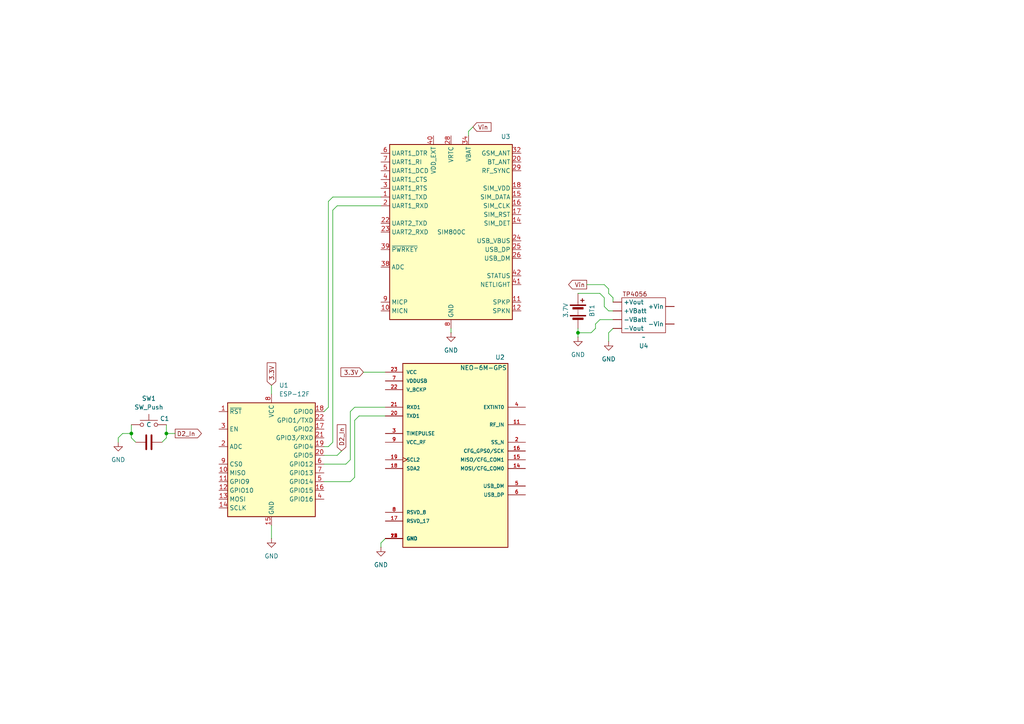
<source format=kicad_sch>
(kicad_sch (version 20231120) (generator "eeschema") (generator_version "8.0")
  (paper "A4")
  (lib_symbols
    (symbol "Device:Battery" (pin_numbers hide) (pin_names (offset 0) hide)
      (property "Reference" "BT" (at 2.54 2.54 0))
      (property "Value" "Battery" (at 2.54 0 0))
      (symbol "Battery_0_1"
        (rectangle (start -2.286 -1.27) (end 2.286 -1.524) (fill (type outline)))
        (rectangle (start -2.286 1.778) (end 2.286 1.524) (fill (type outline)))
        (rectangle (start -1.524 -2.032) (end 1.524 -2.54) (fill (type outline)))
        (rectangle (start -1.524 1.016) (end 1.524 0.508) (fill (type outline)))
        (polyline (pts (xy 0 -1.016) (xy 0 -0.762)))
        (polyline (pts (xy 0 -0.508) (xy 0 -0.254)))
        (polyline (pts (xy 0 0) (xy 0 0.254)))
        (polyline (pts (xy 0 1.778) (xy 0 2.54)))
        (polyline (pts (xy 0.762 3.048) (xy 1.778 3.048)) (stroke (width 0.254)))
        (polyline (pts (xy 1.27 3.556) (xy 1.27 2.54)) (stroke (width 0.254)))
      )
      (symbol "Battery_1_1"
        (pin passive line (at 0 5.08 270) (length 2.54) (name "+") (number "1"))
        (pin passive line (at 0 -5.08 90) (length 2.54) (name "-") (number "2"))
      )
    )
    (symbol "Device:C" (pin_numbers hide) (pin_names (offset 0.254))
      (property "Reference" "C" (at 0.635 2.54 0))
      (property "Value" "C" (at 0.635 -2.54 0))
      (symbol "C_0_1"
        (polyline (pts (xy -2.032 -0.762) (xy 2.032 -0.762)) (stroke (width 0.508)))
        (polyline (pts (xy -2.032 0.762) (xy 2.032 0.762)) (stroke (width 0.508)))
      )
      (symbol "C_1_1"
        (pin passive line (at 0 3.81 270) (length 2.794) (name "~") (number "1"))
        (pin passive line (at 0 -3.81 90) (length 2.794) (name "~") (number "2"))
      )
    )
    (symbol "NEO-6M-GPS:NEO-6M-GPS" (pin_names (offset 1.016))
      (property "Reference" "U" (at -15.2439 26.0408 0))
      (property "Value" "NEO-6M-GPS" (at -15.2445 -30.4874 0))
      (symbol "NEO-6M-GPS_0_0"
        (rectangle (start -15.24 -27.94) (end 15.24 25.4) (stroke (width 0.254)) (fill (type background)))
        (pin power_in line (at 20.32 -25.4 180) (length 5.08) (name "GND") (number "10"))
        (pin input line (at -20.32 7.62 0) (length 5.08) (name "RF_IN") (number "11"))
        (pin power_in line (at 20.32 -25.4 180) (length 5.08) (name "GND") (number "12"))
        (pin power_in line (at 20.32 -25.4 180) (length 5.08) (name "GND") (number "13"))
        (pin bidirectional line (at -20.32 -5.08 0) (length 5.08) (name "MOSI/CFG_COM0") (number "14"))
        (pin input line (at -20.32 -2.54 0) (length 5.08) (name "MISO/CFG_COM1") (number "15"))
        (pin input line (at -20.32 0 0) (length 5.08) (name "CFG_GPS0/SCK") (number "16"))
        (pin passive line (at 20.32 -20.32 180) (length 5.08) (name "RSVD_17") (number "17"))
        (pin bidirectional line (at 20.32 -5.08 180) (length 5.08) (name "SDA2") (number "18"))
        (pin bidirectional clock (at 20.32 -2.54 180) (length 5.08) (name "SCL2") (number "19"))
        (pin input line (at -20.32 2.54 0) (length 5.08) (name "SS_N") (number "2"))
        (pin output line (at 20.32 10.16 180) (length 5.08) (name "TXD1") (number "20"))
        (pin input line (at 20.32 12.7 180) (length 5.08) (name "RXD1") (number "21"))
        (pin power_in line (at 20.32 17.78 180) (length 5.08) (name "V_BCKP") (number "22"))
        (pin power_in line (at 20.32 22.86 180) (length 5.08) (name "VCC") (number "23"))
        (pin power_in line (at 20.32 -25.4 180) (length 5.08) (name "GND") (number "24"))
        (pin output line (at 20.32 5.08 180) (length 5.08) (name "TIMEPULSE") (number "3"))
        (pin input line (at -20.32 12.7 0) (length 5.08) (name "EXTINT0") (number "4"))
        (pin bidirectional line (at -20.32 -10.16 0) (length 5.08) (name "USB_DM") (number "5"))
        (pin bidirectional line (at -20.32 -12.7 0) (length 5.08) (name "USB_DP") (number "6"))
        (pin power_in line (at 20.32 20.32 180) (length 5.08) (name "VDDUSB") (number "7"))
        (pin passive line (at 20.32 -17.78 180) (length 5.08) (name "RSVD_8") (number "8"))
        (pin output line (at 20.32 2.54 180) (length 5.08) (name "VCC_RF") (number "9"))
      )
    )
    (symbol "RF_GSM:SIM800C"
      (property "Reference" "U" (at -15.24 26.67 0))
      (property "Value" "SIM800C" (at 12.7 26.67 0))
      (symbol "SIM800C_0_1"
        (rectangle (start -17.78 25.4) (end 17.78 -25.4) (stroke (width 0.254)) (fill (type background)))
      )
      (symbol "SIM800C_1_1"
        (pin output line (at -20.32 10.16 0) (length 2.54) (name "UART1_TXD") (number "1"))
        (pin input line (at -20.32 -22.86 0) (length 2.54) (name "MICN") (number "10"))
        (pin output line (at 20.32 -20.32 180) (length 2.54) (name "SPKP") (number "11"))
        (pin output line (at 20.32 -22.86 180) (length 2.54) (name "SPKN") (number "12"))
        (pin passive line (at 0 -27.94 90) (length 2.54) hide (name "GND") (number "13"))
        (pin input line (at 20.32 2.54 180) (length 2.54) (name "SIM_DET") (number "14"))
        (pin bidirectional line (at 20.32 10.16 180) (length 2.54) (name "SIM_DATA") (number "15"))
        (pin output line (at 20.32 7.62 180) (length 2.54) (name "SIM_CLK") (number "16"))
        (pin output line (at 20.32 5.08 180) (length 2.54) (name "SIM_RST") (number "17"))
        (pin power_out line (at 20.32 12.7 180) (length 2.54) (name "SIM_VDD") (number "18"))
        (pin passive line (at 0 -27.94 90) (length 2.54) hide (name "GND") (number "19"))
        (pin input line (at -20.32 7.62 0) (length 2.54) (name "UART1_RXD") (number "2"))
        (pin passive line (at 20.32 20.32 180) (length 2.54) (name "BT_ANT") (number "20"))
        (pin passive line (at 0 -27.94 90) (length 2.54) hide (name "GND") (number "21"))
        (pin output line (at -20.32 2.54 0) (length 2.54) (name "UART2_TXD") (number "22"))
        (pin input line (at -20.32 0 0) (length 2.54) (name "UART2_RXD") (number "23"))
        (pin input line (at 20.32 -2.54 180) (length 2.54) (name "USB_VBUS") (number "24"))
        (pin bidirectional line (at 20.32 -5.08 180) (length 2.54) (name "USB_DP") (number "25"))
        (pin bidirectional line (at 20.32 -7.62 180) (length 2.54) (name "USB_DM") (number "26"))
        (pin passive line (at 0 -27.94 90) (length 2.54) hide (name "GND") (number "27"))
        (pin power_in line (at 0 27.94 270) (length 2.54) (name "VRTC") (number "28"))
        (pin output line (at 20.32 17.78 180) (length 2.54) (name "RF_SYNC") (number "29"))
        (pin input line (at -20.32 12.7 0) (length 2.54) (name "UART1_RTS") (number "3"))
        (pin passive line (at 0 -27.94 90) (length 2.54) hide (name "GND") (number "30"))
        (pin passive line (at 0 -27.94 90) (length 2.54) hide (name "GND") (number "31"))
        (pin passive line (at 20.32 22.86 180) (length 2.54) (name "GSM_ANT") (number "32"))
        (pin passive line (at 0 -27.94 90) (length 2.54) hide (name "GND") (number "33"))
        (pin power_in line (at 5.08 27.94 270) (length 2.54) (name "VBAT") (number "34"))
        (pin passive line (at 5.08 27.94 270) (length 2.54) hide (name "VBAT") (number "35"))
        (pin passive line (at 0 -27.94 90) (length 2.54) hide (name "GND") (number "36"))
        (pin passive line (at 0 -27.94 90) (length 2.54) hide (name "GND") (number "37"))
        (pin input line (at -20.32 -10.16 0) (length 2.54) (name "ADC") (number "38"))
        (pin input line (at -20.32 -5.08 0) (length 2.54) (name "~{PWRKEY}") (number "39"))
        (pin output line (at -20.32 15.24 0) (length 2.54) (name "UART1_CTS") (number "4"))
        (pin power_out line (at -5.08 27.94 270) (length 2.54) (name "VDD_EXT") (number "40"))
        (pin output line (at 20.32 -15.24 180) (length 2.54) (name "NETLIGHT") (number "41"))
        (pin output line (at 20.32 -12.7 180) (length 2.54) (name "STATUS") (number "42"))
        (pin output line (at -20.32 17.78 0) (length 2.54) (name "UART1_DCD") (number "5"))
        (pin input line (at -20.32 22.86 0) (length 2.54) (name "UART1_DTR") (number "6"))
        (pin output line (at -20.32 20.32 0) (length 2.54) (name "UART1_RI") (number "7"))
        (pin power_in line (at 0 -27.94 90) (length 2.54) (name "GND") (number "8"))
        (pin input line (at -20.32 -20.32 0) (length 2.54) (name "MICP") (number "9"))
      )
    )
    (symbol "RF_Module:ESP-12F"
      (property "Reference" "U" (at -12.7 19.05 0))
      (property "Value" "ESP-12F" (at 12.7 19.05 0))
      (symbol "ESP-12F_0_1"
        (rectangle (start -12.7 17.78) (end 12.7 -15.24) (stroke (width 0.254)) (fill (type background)))
      )
      (symbol "ESP-12F_1_1"
        (pin input line (at -15.24 15.24 0) (length 2.54) (name "~{RST}") (number "1"))
        (pin bidirectional line (at -15.24 -2.54 0) (length 2.54) (name "MISO") (number "10"))
        (pin bidirectional line (at -15.24 -5.08 0) (length 2.54) (name "GPIO9") (number "11"))
        (pin bidirectional line (at -15.24 -7.62 0) (length 2.54) (name "GPIO10") (number "12"))
        (pin bidirectional line (at -15.24 -10.16 0) (length 2.54) (name "MOSI") (number "13"))
        (pin bidirectional line (at -15.24 -12.7 0) (length 2.54) (name "SCLK") (number "14"))
        (pin power_in line (at 0 -17.78 90) (length 2.54) (name "GND") (number "15"))
        (pin bidirectional line (at 15.24 -7.62 180) (length 2.54) (name "GPIO15") (number "16"))
        (pin bidirectional line (at 15.24 10.16 180) (length 2.54) (name "GPIO2") (number "17"))
        (pin bidirectional line (at 15.24 15.24 180) (length 2.54) (name "GPIO0") (number "18"))
        (pin bidirectional line (at 15.24 5.08 180) (length 2.54) (name "GPIO4") (number "19"))
        (pin input line (at -15.24 5.08 0) (length 2.54) (name "ADC") (number "2"))
        (pin bidirectional line (at 15.24 2.54 180) (length 2.54) (name "GPIO5") (number "20"))
        (pin bidirectional line (at 15.24 7.62 180) (length 2.54) (name "GPIO3/RXD") (number "21"))
        (pin bidirectional line (at 15.24 12.7 180) (length 2.54) (name "GPIO1/TXD") (number "22"))
        (pin input line (at -15.24 10.16 0) (length 2.54) (name "EN") (number "3"))
        (pin bidirectional line (at 15.24 -10.16 180) (length 2.54) (name "GPIO16") (number "4"))
        (pin bidirectional line (at 15.24 -5.08 180) (length 2.54) (name "GPIO14") (number "5"))
        (pin bidirectional line (at 15.24 0 180) (length 2.54) (name "GPIO12") (number "6"))
        (pin bidirectional line (at 15.24 -2.54 180) (length 2.54) (name "GPIO13") (number "7"))
        (pin power_in line (at 0 20.32 270) (length 2.54) (name "VCC") (number "8"))
        (pin input line (at -15.24 0 0) (length 2.54) (name "CS0") (number "9"))
      )
    )
    (symbol "Switch:SW_Push" (pin_numbers hide) (pin_names (offset 1.016) hide)
      (property "Reference" "SW" (at 1.27 2.54 0))
      (property "Value" "SW_Push" (at 0 -1.524 0))
      (symbol "SW_Push_0_1"
        (circle (center -2.032 0) (radius 0.508))
        (polyline (pts (xy 0 1.27) (xy 0 3.048)))
        (polyline (pts (xy 2.54 1.27) (xy -2.54 1.27)))
        (circle (center 2.032 0) (radius 0.508))
        (pin passive line (at -5.08 0 0) (length 2.54) (name "1") (number "1"))
        (pin passive line (at 5.08 0 180) (length 2.54) (name "2") (number "2"))
      )
    )
    (symbol "my_Embedded_Lib:TP4056"
      (property "Reference" "U" (at -0.508 0.762 0))
      (symbol "TP4056_0_1"
        (rectangle (start 0 0) (end 12.7 -10.16))
      )
      (symbol "TP4056_1_1"
        (text "TP4056\n" (at 8.89 1.016 0) (effects (font (size 1.27 1.27))))
        (pin bidirectional line (at 15.24 -3.81 180) (length 2.54) (name "+VBatt") (number ""))
        (pin input line (at -2.54 -2.54 0) (length 2.54) (name "+Vin") (number ""))
        (pin output line (at 15.24 -1.27 180) (length 2.54) (name "+Vout") (number ""))
        (pin bidirectional line (at 15.24 -6.35 180) (length 2.54) (name "-VBatt") (number ""))
        (pin input line (at -2.54 -7.62 0) (length 2.54) (name "-Vin") (number ""))
        (pin output line (at 15.24 -8.89 180) (length 2.54) (name "-Vout") (number ""))
      )
    )
    (symbol "power:GND" (power) (pin_numbers hide) (pin_names (offset 0) hide)
      (property "Value" "GND" (at 0 -3.81 0))
      (symbol "GND_0_1"
        (polyline (pts (xy 0 0) (xy 0 -1.27) (xy 1.27 -1.27) (xy 0 -2.54) (xy -1.27 -1.27) (xy 0 -1.27)))
      )
      (symbol "GND_1_1"
        (pin power_in line (at 0 0 270) (length 0) (name "~") (number "1"))
      )
    )
  )
  (junction (at 38.1 125.73))
  (junction (at 167.64 96.52))
  (junction (at 48.26 125.73))
  (wire (pts (xy 38.1 123.19) (xy 38.1 125.73)))
  (wire (pts (xy 167.64 95.25) (xy 167.64 96.52)))
  (wire (pts (xy 102.87 138.43) (xy 102.87 121.92)))
  (wire (pts (xy 102.87 118.11) (xy 101.6 119.38)))
  (wire (pts (xy 177.8 95.25) (xy 176.53 96.52)))
  (wire (pts (xy 176.53 85.09) (xy 176.53 83.82)))
  (wire (pts (xy 34.29 127) (xy 35.56 125.73)))
  (wire (pts (xy 38.1 125.73) (xy 38.1 127)))
  (wire (pts (xy 175.26 88.9) (xy 175.26 86.36)))
  (wire (pts (xy 111.76 118.11) (xy 102.87 118.11)))
  (wire (pts (xy 104.14 120.65) (xy 111.76 120.65)))
  (wire (pts (xy 172.72 93.98) (xy 172.72 95.25)))
  (wire (pts (xy 101.6 139.7) (xy 102.87 138.43)))
  (wire (pts (xy 176.53 90.17) (xy 175.26 88.9)))
  (wire (pts (xy 167.64 96.52) (xy 167.64 97.79)))
  (wire (pts (xy 102.87 121.92) (xy 104.14 120.65)))
  (wire (pts (xy 177.8 87.63) (xy 177.8 86.36)))
  (wire (pts (xy 35.56 125.73) (xy 38.1 125.73)))
  (wire (pts (xy 39.37 128.27) (xy 38.1 127)))
  (wire (pts (xy 167.64 96.52) (xy 171.45 96.52)))
  (wire (pts (xy 167.64 85.09) (xy 173.99 85.09)))
  (wire (pts (xy 93.98 139.7) (xy 101.6 139.7)))
  (wire (pts (xy 96.52 128.27) (xy 96.52 60.96)))
  (wire (pts (xy 97.79 132.08) (xy 99.06 130.81)))
  (wire (pts (xy 96.52 60.96) (xy 97.79 59.69)))
  (wire (pts (xy 175.26 86.36) (xy 173.99 85.09)))
  (wire (pts (xy 105.41 107.95) (xy 111.76 107.95)))
  (wire (pts (xy 177.8 86.36) (xy 176.53 85.09)))
  (wire (pts (xy 95.25 129.54) (xy 96.52 128.27)))
  (wire (pts (xy 97.79 59.69) (xy 110.49 59.69)))
  (wire (pts (xy 93.98 132.08) (xy 97.79 132.08)))
  (wire (pts (xy 176.53 96.52) (xy 176.53 99.06)))
  (wire (pts (xy 130.81 95.25) (xy 130.81 96.52)))
  (wire (pts (xy 93.98 134.62) (xy 100.33 134.62)))
  (wire (pts (xy 135.89 38.1) (xy 137.16 36.83)))
  (wire (pts (xy 101.6 133.35) (xy 100.33 134.62)))
  (wire (pts (xy 101.6 119.38) (xy 101.6 133.35)))
  (wire (pts (xy 78.74 152.4) (xy 78.74 156.21)))
  (wire (pts (xy 34.29 127) (xy 34.29 128.27)))
  (wire (pts (xy 95.25 118.11) (xy 95.25 58.42)))
  (wire (pts (xy 176.53 90.17) (xy 177.8 90.17)))
  (wire (pts (xy 46.99 128.27) (xy 48.26 127)))
  (wire (pts (xy 135.89 39.37) (xy 135.89 38.1)))
  (wire (pts (xy 48.26 123.19) (xy 48.26 125.73)))
  (wire (pts (xy 93.98 119.38) (xy 95.25 118.11)))
  (wire (pts (xy 48.26 125.73) (xy 48.26 127)))
  (wire (pts (xy 93.98 129.54) (xy 95.25 129.54)))
  (wire (pts (xy 48.26 125.73) (xy 50.8 125.73)))
  (wire (pts (xy 176.53 83.82) (xy 175.26 82.55)))
  (wire (pts (xy 110.49 158.75) (xy 110.49 157.48)))
  (wire (pts (xy 173.99 92.71) (xy 172.72 93.98)))
  (wire (pts (xy 78.74 111.76) (xy 78.74 114.3)))
  (wire (pts (xy 172.72 95.25) (xy 171.45 96.52)))
  (wire (pts (xy 110.49 157.48) (xy 111.76 156.21)))
  (wire (pts (xy 170.18 82.55) (xy 175.26 82.55)))
  (wire (pts (xy 96.52 57.15) (xy 110.49 57.15)))
  (wire (pts (xy 173.99 92.71) (xy 177.8 92.71)))
  (wire (pts (xy 95.25 58.42) (xy 96.52 57.15)))
  (global_label "3.3V" (shape input) (at 105.41 107.95 180) (property "Intersheetrefs" "${INTERSHEET_REFS}" (effects (hide yes))))
  (global_label "D2_In" (shape input) (at 99.06 130.81 90) (property "Intersheetrefs" "${INTERSHEET_REFS}" (effects (hide yes))))
  (global_label "3.3V" (shape input) (at 78.74 111.76 90) (property "Intersheetrefs" "${INTERSHEET_REFS}" (effects (hide yes))))
  (global_label "Vin" (shape output) (at 170.18 82.55 180) (property "Intersheetrefs" "${INTERSHEET_REFS}" (effects (hide yes))))
  (global_label "D2_In" (shape output) (at 50.8 125.73 0) (property "Intersheetrefs" "${INTERSHEET_REFS}" (effects (hide yes))))
  (global_label "Vin" (shape input) (at 137.16 36.83 0) (property "Intersheetrefs" "${INTERSHEET_REFS}" (effects (hide yes))))
  (symbol (lib_id "power:GND") (at 110.49 158.75 0) (unit 1)
    (property "Reference" "#PWR01" (effects (hide yes)))
    (property "Value" "GND" (at 110.49 163.83 0))
    (property "Description" "Power symbol creates a global label with name \"GND\" , ground" (effects (hide yes)))
  )
  (symbol (lib_id "my_Embedded_Lib:TP4056") (at 193.04 86.36 0) (mirror y) (unit 1)
    (property "Reference" "U4" (at 186.69 100.33 0))
    (property "Value" "~" (at 186.69 97.79 0))
  )
  (symbol (lib_id "NEO-6M-GPS:NEO-6M-GPS") (at 132.08 130.81 0) (mirror y) (unit 1)
    (property "Reference" "U2" (at 145.034 103.632 0))
    (property "Value" "NEO-6M-GPS" (at 140.208 106.68 0))
    (property "Footprint" "NEO-6M-GPS:XCVR_NEO-6M-GPS" (effects (hide yes)))
    (property "MF" "u-blox" (effects (hide yes)))
    (property "Description_1" "\n                        \n                            GPS Development Tools SparkFun GNSS-RTK Dead Reckoning Breakout - ZED-F9K (Qwiic)\n                        \n" (effects (hide yes)))
    (property "Package" "None" (effects (hide yes)))
    (property "Price" "None" (effects (hide yes)))
    (property "Check_prices" "https://www.snapeda.com/parts/NEO-6M-GPS/u-blox/view-part/?ref=eda" (effects (hide yes)))
    (property "STANDARD" "Manufacturer Recommendations" (effects (hide yes)))
    (property "PARTREV" "R15" (effects (hide yes)))
    (property "SnapEDA_Link" "https://www.snapeda.com/parts/NEO-6M-GPS/u-blox/view-part/?ref=snap" (effects (hide yes)))
    (property "MP" "NEO-6M-GPS" (effects (hide yes)))
    (property "Availability" "Not in stock" (effects (hide yes)))
    (property "MANUFACTURER" "U-Blox" (effects (hide yes)))
  )
  (symbol (lib_id "RF_Module:ESP-12F") (at 78.74 134.62 0) (unit 1)
    (property "Reference" "U1" (at 80.9341 111.76 0) (effects (justify left)))
    (property "Value" "ESP-12F" (at 80.9341 114.3 0) (effects (justify left)))
    (property "Footprint" "RF_Module:ESP-12E" (effects (hide yes)))
    (property "Datasheet" "http://wiki.ai-thinker.com/_media/esp8266/esp8266_series_modules_user_manual_v1.1.pdf" (effects (hide yes)))
    (property "Description" "802.11 b/g/n Wi-Fi Module" (effects (hide yes)))
  )
  (symbol (lib_id "power:GND") (at 78.74 156.21 0) (unit 1)
    (property "Reference" "#PWR02" (effects (hide yes)))
    (property "Value" "GND" (at 78.74 161.29 0))
    (property "Description" "Power symbol creates a global label with name \"GND\" , ground" (effects (hide yes)))
  )
  (symbol (lib_id "power:GND") (at 176.53 99.06 0) (unit 1)
    (property "Reference" "#PWR05" (effects (hide yes)))
    (property "Value" "GND" (at 176.53 104.14 0))
    (property "Description" "Power symbol creates a global label with name \"GND\" , ground" (effects (hide yes)))
  )
  (symbol (lib_id "power:GND") (at 167.64 97.79 0) (unit 1)
    (property "Reference" "#PWR04" (effects (hide yes)))
    (property "Value" "GND" (at 167.64 102.87 0))
    (property "Description" "Power symbol creates a global label with name \"GND\" , ground" (effects (hide yes)))
  )
  (symbol (lib_id "power:GND") (at 34.29 128.27 0) (unit 1)
    (property "Reference" "#PWR06" (effects (hide yes)))
    (property "Value" "GND" (at 34.29 133.35 0))
    (property "Description" "Power symbol creates a global label with name \"GND\" , ground" (effects (hide yes)))
  )
  (symbol (lib_id "Switch:SW_Push") (at 43.18 123.19 0) (unit 1)
    (property "Reference" "SW1" (at 43.18 115.57 0))
    (property "Value" "SW_Push" (at 43.18 118.11 0))
    (property "Description" "Push button switch, generic, two pins" (effects (hide yes)))
  )
  (symbol (lib_id "RF_GSM:SIM800C") (at 130.81 67.31 0) (unit 1)
    (property "Reference" "U3" (at 145.288 39.624 0) (effects (justify left)))
    (property "Value" "SIM800C" (at 126.746 67.31 0) (effects (justify left)))
    (property "Footprint" "RF_GSM:SIMCom_SIM800C" (effects (hide yes)))
    (property "Datasheet" "http://simcom.ee/documents/SIM800C/SIM800C_Hardware_Design_V1.05.pdf" (effects (hide yes)))
    (property "Description" "GSM Quad-Band Communication Module, GPRS, Audio Engine, AT Command Set, Bluetooth is Optional" (effects (hide yes)))
  )
  (symbol (lib_id "Device:C") (at 43.18 128.27 90) (unit 1)
    (property "Reference" "C1" (at 47.752 121.412 90))
    (property "Value" "C" (at 43.18 123.19 90))
    (property "Description" "Unpolarized capacitor" (effects (hide yes)))
  )
  (symbol (lib_id "Device:Battery") (at 167.64 90.17 0) (unit 1)
    (property "Reference" "BT1" (at 171.704 91.948 90) (effects (justify left)))
    (property "Value" "3.7V" (at 164.084 92.202 90) (effects (justify left)))
    (property "Description" "Multiple-cell battery" (effects (hide yes)))
  )
  (symbol (lib_id "power:GND") (at 130.81 96.52 0) (unit 1)
    (property "Reference" "#PWR03" (effects (hide yes)))
    (property "Value" "GND" (at 130.81 101.6 0))
    (property "Description" "Power symbol creates a global label with name \"GND\" , ground" (effects (hide yes)))
  )
)
</source>
